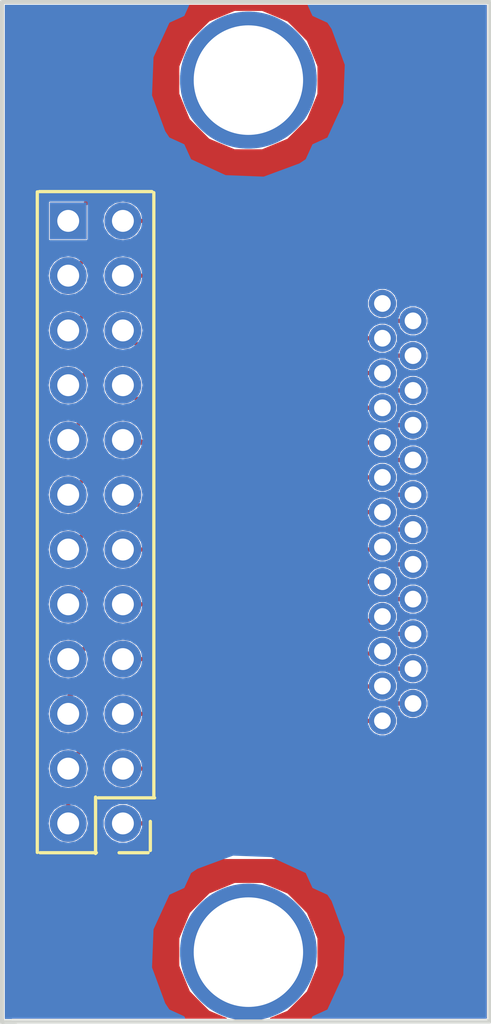
<source format=kicad_pcb>
(kicad_pcb (version 4) (host pcbnew 4.0.7)

  (general
    (links 24)
    (no_connects 0)
    (area 110.437619 87.134999 153.075 131.075)
    (thickness 1.6)
    (drawings 7)
    (tracks 95)
    (zones 0)
    (modules 4)
    (nets 26)
  )

  (page A4)
  (layers
    (0 F.Cu signal)
    (31 B.Cu signal)
    (32 B.Adhes user)
    (33 F.Adhes user)
    (34 B.Paste user)
    (35 F.Paste user)
    (36 B.SilkS user hide)
    (37 F.SilkS user)
    (38 B.Mask user hide)
    (39 F.Mask user hide)
    (40 Dwgs.User user)
    (41 Cmts.User user)
    (42 Eco1.User user)
    (43 Eco2.User user)
    (44 Edge.Cuts user)
    (45 Margin user)
    (46 B.CrtYd user)
    (47 F.CrtYd user)
    (48 B.Fab user)
    (49 F.Fab user)
  )

  (setup
    (last_trace_width 0.1526)
    (trace_clearance 0)
    (zone_clearance 0.02548)
    (zone_45_only yes)
    (trace_min 0.1525)
    (segment_width 0.2)
    (edge_width 0.15)
    (via_size 0.6)
    (via_drill 0.4)
    (via_min_size 0.4)
    (via_min_drill 0.3)
    (uvia_size 0.3)
    (uvia_drill 0.1)
    (uvias_allowed no)
    (uvia_min_size 0.2)
    (uvia_min_drill 0.1)
    (pcb_text_width 0.3)
    (pcb_text_size 1.5 1.5)
    (mod_edge_width 0.15)
    (mod_text_size 1 1)
    (mod_text_width 0.15)
    (pad_size 5 5)
    (pad_drill 4)
    (pad_to_mask_clearance 0.2)
    (aux_axis_origin 0 0)
    (visible_elements 7FFFFFFF)
    (pcbplotparams
      (layerselection 0x010c0_80000001)
      (usegerberextensions false)
      (excludeedgelayer true)
      (linewidth 0.100000)
      (plotframeref false)
      (viasonmask false)
      (mode 1)
      (useauxorigin false)
      (hpglpennumber 1)
      (hpglpenspeed 20)
      (hpglpendiameter 15)
      (hpglpenoverlay 2)
      (psnegative false)
      (psa4output false)
      (plotreference true)
      (plotvalue true)
      (plotinvisibletext false)
      (padsonsilk false)
      (subtractmaskfromsilk false)
      (outputformat 1)
      (mirror false)
      (drillshape 0)
      (scaleselection 1)
      (outputdirectory ../../../../../../../../../../../6/))
  )

  (net 0 "")
  (net 1 "Net-(J1-Pad25)")
  (net 2 "Net-(J1-Pad24)")
  (net 3 "Net-(J1-Pad23)")
  (net 4 "Net-(J1-Pad22)")
  (net 5 "Net-(J1-Pad21)")
  (net 6 "Net-(J1-Pad20)")
  (net 7 "Net-(J1-Pad19)")
  (net 8 "Net-(J1-Pad18)")
  (net 9 "Net-(J1-Pad17)")
  (net 10 "Net-(J1-Pad16)")
  (net 11 "Net-(J1-Pad15)")
  (net 12 "Net-(J1-Pad14)")
  (net 13 "Net-(J1-Pad13)")
  (net 14 "Net-(J1-Pad12)")
  (net 15 "Net-(J1-Pad11)")
  (net 16 "Net-(J1-Pad10)")
  (net 17 "Net-(J1-Pad9)")
  (net 18 "Net-(J1-Pad8)")
  (net 19 "Net-(J1-Pad7)")
  (net 20 "Net-(J1-Pad6)")
  (net 21 "Net-(J1-Pad5)")
  (net 22 "Net-(J1-Pad4)")
  (net 23 "Net-(J1-Pad3)")
  (net 24 "Net-(J1-Pad2)")
  (net 25 "Net-(J1-Pad1)")

  (net_class Default "This is the default net class."
    (clearance 0)
    (trace_width 0.1526)
    (via_dia 0.6)
    (via_drill 0.4)
    (uvia_dia 0.3)
    (uvia_drill 0.1)
    (add_net "Net-(J1-Pad1)")
    (add_net "Net-(J1-Pad10)")
    (add_net "Net-(J1-Pad11)")
    (add_net "Net-(J1-Pad12)")
    (add_net "Net-(J1-Pad13)")
    (add_net "Net-(J1-Pad14)")
    (add_net "Net-(J1-Pad15)")
    (add_net "Net-(J1-Pad16)")
    (add_net "Net-(J1-Pad17)")
    (add_net "Net-(J1-Pad18)")
    (add_net "Net-(J1-Pad19)")
    (add_net "Net-(J1-Pad2)")
    (add_net "Net-(J1-Pad20)")
    (add_net "Net-(J1-Pad21)")
    (add_net "Net-(J1-Pad22)")
    (add_net "Net-(J1-Pad23)")
    (add_net "Net-(J1-Pad24)")
    (add_net "Net-(J1-Pad25)")
    (add_net "Net-(J1-Pad3)")
    (add_net "Net-(J1-Pad4)")
    (add_net "Net-(J1-Pad5)")
    (add_net "Net-(J1-Pad6)")
    (add_net "Net-(J1-Pad7)")
    (add_net "Net-(J1-Pad8)")
    (add_net "Net-(J1-Pad9)")
  )

  (module aruj:2hole (layer F.Cu) (tedit 5AC54BA9) (tstamp 5AC54B7C)
    (at 134.35 121.9)
    (fp_text reference * (at 0 0.5) (layer F.SilkS)
      (effects (font (size 1 1) (thickness 0.15)))
    )
    (fp_text value "#2 hole" (at -21.2 7.6) (layer F.Fab) hide
      (effects (font (size 1 1) (thickness 0.15)))
    )
    (pad "" np_thru_hole circle (at 0.24 0) (size 5 5) (drill 4) (layers *.Cu *.Mask))
  )

  (module aruj:2hole (layer F.Cu) (tedit 5AC53ED6) (tstamp 5AC52A12)
    (at 134.59 90.06)
    (fp_text reference * (at 0 0.5) (layer F.SilkS)
      (effects (font (size 1 1) (thickness 0.15)))
    )
    (fp_text value "#2 hole" (at -21.2 7.6) (layer F.Fab) hide
      (effects (font (size 1 1) (thickness 0.15)))
    )
    (pad "" np_thru_hole circle (at 0 0) (size 5 5) (drill 4) (layers *.Cu *.Mask))
  )

  (module aruj:female_mdm_small (layer F.Cu) (tedit 5AC54546) (tstamp 5AA99D11)
    (at 140 105.2)
    (path /5AA99FE0)
    (fp_text reference J1 (at -0.5 0 270) (layer F.SilkS) hide
      (effects (font (size 1 1) (thickness 0.15)))
    )
    (fp_text value DB25_Female (at 12.2 0 90) (layer F.Fab) hide
      (effects (font (size 1 1) (thickness 0.15)))
    )
    (fp_line (start 2.54 13.97) (end 2.54 -12.7) (layer F.CrtYd) (width 0.12))
    (fp_line (start 2.54 -12.7) (end -2.54 -12.7) (layer F.CrtYd) (width 0.12))
    (fp_line (start -2.54 -12.7) (end -2.54 13.97) (layer F.CrtYd) (width 0.12))
    (fp_line (start -2.54 13.97) (end 2.54 13.97) (layer F.CrtYd) (width 0.12))
    (pad 25 thru_hole circle (at 0.6096 7.62 270) (size 1 1) (drill 0.61) (layers *.Cu *.Mask)
      (net 1 "Net-(J1-Pad25)"))
    (pad 24 thru_hole circle (at 0.6096 6.35 270) (size 1 1) (drill 0.61) (layers *.Cu *.Mask)
      (net 2 "Net-(J1-Pad24)"))
    (pad 23 thru_hole circle (at 0.6096 5.08 270) (size 1 1) (drill 0.61) (layers *.Cu *.Mask)
      (net 3 "Net-(J1-Pad23)"))
    (pad 22 thru_hole circle (at 0.6096 3.81 270) (size 1 1) (drill 0.61) (layers *.Cu *.Mask)
      (net 4 "Net-(J1-Pad22)"))
    (pad 21 thru_hole circle (at 0.6096 2.54 270) (size 1 1) (drill 0.61) (layers *.Cu *.Mask)
      (net 5 "Net-(J1-Pad21)"))
    (pad 20 thru_hole circle (at 0.6096 1.27 270) (size 1 1) (drill 0.61) (layers *.Cu *.Mask)
      (net 6 "Net-(J1-Pad20)"))
    (pad 19 thru_hole circle (at 0.6096 0 270) (size 1 1) (drill 0.61) (layers *.Cu *.Mask)
      (net 7 "Net-(J1-Pad19)"))
    (pad 18 thru_hole circle (at 0.6096 -1.27 270) (size 1 1) (drill 0.61) (layers *.Cu *.Mask)
      (net 8 "Net-(J1-Pad18)"))
    (pad 17 thru_hole circle (at 0.6096 -2.54 270) (size 1 1) (drill 0.61) (layers *.Cu *.Mask)
      (net 9 "Net-(J1-Pad17)"))
    (pad 16 thru_hole circle (at 0.6096 -3.81 270) (size 1 1) (drill 0.61) (layers *.Cu *.Mask)
      (net 10 "Net-(J1-Pad16)"))
    (pad 15 thru_hole circle (at 0.6096 -5.08 270) (size 1 1) (drill 0.61) (layers *.Cu *.Mask)
      (net 11 "Net-(J1-Pad15)"))
    (pad 14 thru_hole circle (at -0.508 8.255 270) (size 1 1) (drill 0.61) (layers *.Cu *.Mask)
      (net 12 "Net-(J1-Pad14)"))
    (pad 13 thru_hole circle (at 0.6096 -6.35 270) (size 1 1) (drill 0.61) (layers *.Cu *.Mask)
      (net 13 "Net-(J1-Pad13)"))
    (pad 12 thru_hole circle (at -0.508 6.985 270) (size 1 1) (drill 0.61) (layers *.Cu *.Mask)
      (net 14 "Net-(J1-Pad12)"))
    (pad 11 thru_hole circle (at -0.508 5.715 270) (size 1 1) (drill 0.61) (layers *.Cu *.Mask)
      (net 15 "Net-(J1-Pad11)"))
    (pad 10 thru_hole circle (at -0.508 4.445 270) (size 1 1) (drill 0.61) (layers *.Cu *.Mask)
      (net 16 "Net-(J1-Pad10)"))
    (pad 9 thru_hole circle (at -0.508 3.175 270) (size 1 1) (drill 0.61) (layers *.Cu *.Mask)
      (net 17 "Net-(J1-Pad9)"))
    (pad 8 thru_hole circle (at -0.508 1.905 270) (size 1 1) (drill 0.61) (layers *.Cu *.Mask)
      (net 18 "Net-(J1-Pad8)"))
    (pad 7 thru_hole circle (at -0.508 0.635 270) (size 1 1) (drill 0.61) (layers *.Cu *.Mask)
      (net 19 "Net-(J1-Pad7)"))
    (pad 6 thru_hole circle (at -0.508 -0.635 270) (size 1 1) (drill 0.61) (layers *.Cu *.Mask)
      (net 20 "Net-(J1-Pad6)"))
    (pad 5 thru_hole circle (at -0.508 -1.905 270) (size 1 1) (drill 0.61) (layers *.Cu *.Mask)
      (net 21 "Net-(J1-Pad5)"))
    (pad 4 thru_hole circle (at -0.508 -3.175 270) (size 1 1) (drill 0.61) (layers *.Cu *.Mask)
      (net 22 "Net-(J1-Pad4)"))
    (pad 3 thru_hole circle (at -0.508 -4.445 270) (size 1 1) (drill 0.61) (layers *.Cu *.Mask)
      (net 23 "Net-(J1-Pad3)"))
    (pad 2 thru_hole circle (at -0.508 -5.715 270) (size 1 1) (drill 0.61) (layers *.Cu *.Mask)
      (net 24 "Net-(J1-Pad2)"))
    (pad 1 thru_hole circle (at -0.508 -6.985 270) (size 1 1) (drill 0.61) (layers *.Cu *.Mask)
      (net 25 "Net-(J1-Pad1)"))
  )

  (module aruj:milmax_2mm (layer F.Cu) (tedit 5AA9A9D5) (tstamp 5AA99D3E)
    (at 128 95.2)
    (descr "Through hole straight pin header, 2x12, 2.00mm pitch, double rows")
    (tags "Through hole pin header THT 2x12 2.00mm double row")
    (path /5AA9A942)
    (fp_text reference U1 (at 2.286 -2.286) (layer F.SilkS) hide
      (effects (font (size 1 1) (thickness 0.15)))
    )
    (fp_text value mil-max2.0 (at 3.4 35) (layer F.Fab) hide
      (effects (font (size 1 1) (thickness 0.15)))
    )
    (fp_line (start -1.016 23.003) (end 1.984 23.003) (layer F.Fab) (width 0.1))
    (fp_line (start -1.064 -1) (end -1.064 23) (layer F.Fab) (width 0.1))
    (fp_line (start 3 -1.003) (end -1 -1.003) (layer F.Fab) (width 0.1))
    (fp_line (start 3.064 21.984) (end 3.064 -1.016) (layer F.Fab) (width 0.1))
    (fp_line (start -1.06 -1.07) (end 3.06 -1.07) (layer F.SilkS) (width 0.12))
    (fp_line (start 3.131 -1.032) (end 3.131 21.028) (layer F.SilkS) (width 0.12))
    (fp_line (start -1.131 -1.06) (end -1.131 23.06) (layer F.SilkS) (width 0.12))
    (fp_line (start 1.099 21.066) (end 3.159 21.066) (layer F.SilkS) (width 0.12))
    (fp_line (start 1 23.098) (end 1 21.038) (layer F.SilkS) (width 0.12))
    (fp_line (start -1.032 23.07) (end 1.028 23.07) (layer F.SilkS) (width 0.12))
    (fp_line (start 3.004 22.987) (end 3.004 21.927) (layer F.SilkS) (width 0.12))
    (fp_line (start 1.861 23.07) (end 2.921 23.07) (layer F.SilkS) (width 0.12))
    (fp_line (start -1.5 -1.5) (end -1.5 23.5) (layer F.CrtYd) (width 0.05))
    (fp_line (start -1.5 23.5) (end 3.5 23.5) (layer F.CrtYd) (width 0.05))
    (fp_line (start 3.5 23.5) (end 3.5 -1.5) (layer F.CrtYd) (width 0.05))
    (fp_line (start 3.5 -1.5) (end -1.5 -1.5) (layer F.CrtYd) (width 0.05))
    (fp_text user %R (at -17.8 19.2 90) (layer F.Fab) hide
      (effects (font (size 1 1) (thickness 0.15)))
    )
    (pad 1 thru_hole circle (at 2 22) (size 1.35 1.35) (drill 0.8) (layers *.Cu *.Mask)
      (net 12 "Net-(J1-Pad14)"))
    (pad 2 thru_hole oval (at 2 0) (size 1.35 1.35) (drill 0.8) (layers *.Cu *.Mask)
      (net 24 "Net-(J1-Pad2)"))
    (pad 3 thru_hole oval (at 0 2) (size 1.35 1.35) (drill 0.8) (layers *.Cu *.Mask)
      (net 11 "Net-(J1-Pad15)"))
    (pad 4 thru_hole oval (at 2 2) (size 1.35 1.35) (drill 0.8) (layers *.Cu *.Mask)
      (net 23 "Net-(J1-Pad3)"))
    (pad 5 thru_hole oval (at 0 4) (size 1.35 1.35) (drill 0.8) (layers *.Cu *.Mask)
      (net 10 "Net-(J1-Pad16)"))
    (pad 6 thru_hole oval (at 2 4) (size 1.35 1.35) (drill 0.8) (layers *.Cu *.Mask)
      (net 22 "Net-(J1-Pad4)"))
    (pad 7 thru_hole oval (at 0 6) (size 1.35 1.35) (drill 0.8) (layers *.Cu *.Mask)
      (net 9 "Net-(J1-Pad17)"))
    (pad 8 thru_hole oval (at 2 6) (size 1.35 1.35) (drill 0.8) (layers *.Cu *.Mask)
      (net 21 "Net-(J1-Pad5)"))
    (pad 9 thru_hole oval (at 0 8) (size 1.35 1.35) (drill 0.8) (layers *.Cu *.Mask)
      (net 8 "Net-(J1-Pad18)"))
    (pad 10 thru_hole oval (at 2 8) (size 1.35 1.35) (drill 0.8) (layers *.Cu *.Mask)
      (net 20 "Net-(J1-Pad6)"))
    (pad 11 thru_hole oval (at 0 10) (size 1.35 1.35) (drill 0.8) (layers *.Cu *.Mask)
      (net 7 "Net-(J1-Pad19)"))
    (pad 12 thru_hole oval (at 2 10) (size 1.35 1.35) (drill 0.8) (layers *.Cu *.Mask)
      (net 19 "Net-(J1-Pad7)"))
    (pad 13 thru_hole oval (at 0 12) (size 1.35 1.35) (drill 0.8) (layers *.Cu *.Mask)
      (net 6 "Net-(J1-Pad20)"))
    (pad 14 thru_hole oval (at 2 12) (size 1.35 1.35) (drill 0.8) (layers *.Cu *.Mask)
      (net 18 "Net-(J1-Pad8)"))
    (pad 15 thru_hole oval (at 0 14) (size 1.35 1.35) (drill 0.8) (layers *.Cu *.Mask)
      (net 5 "Net-(J1-Pad21)"))
    (pad 16 thru_hole oval (at 2 14) (size 1.35 1.35) (drill 0.8) (layers *.Cu *.Mask)
      (net 17 "Net-(J1-Pad9)"))
    (pad 17 thru_hole oval (at 0 16) (size 1.35 1.35) (drill 0.8) (layers *.Cu *.Mask)
      (net 4 "Net-(J1-Pad22)"))
    (pad 18 thru_hole oval (at 2 16) (size 1.35 1.35) (drill 0.8) (layers *.Cu *.Mask)
      (net 16 "Net-(J1-Pad10)"))
    (pad 19 thru_hole oval (at 0 18) (size 1.35 1.35) (drill 0.8) (layers *.Cu *.Mask)
      (net 3 "Net-(J1-Pad23)"))
    (pad 20 thru_hole oval (at 2 18) (size 1.35 1.35) (drill 0.8) (layers *.Cu *.Mask)
      (net 15 "Net-(J1-Pad11)"))
    (pad 21 thru_hole oval (at 0 20) (size 1.35 1.35) (drill 0.8) (layers *.Cu *.Mask)
      (net 2 "Net-(J1-Pad24)"))
    (pad 22 thru_hole oval (at 2 20) (size 1.35 1.35) (drill 0.8) (layers *.Cu *.Mask)
      (net 14 "Net-(J1-Pad12)"))
    (pad 23 thru_hole oval (at 0 22) (size 1.35 1.35) (drill 0.8) (layers *.Cu *.Mask)
      (net 1 "Net-(J1-Pad25)"))
    (pad 24 thru_hole rect (at 0 0) (size 1.35 1.35) (drill 0.8) (layers *.Cu *.Mask)
      (net 13 "Net-(J1-Pad13)"))
    (model ${KISYS3DMOD}/Pin_Headers.3dshapes/Pin_Header_Straight_2x12_Pitch2.00mm.wrl
      (at (xyz 0 0 0))
      (scale (xyz 1 1 1))
      (rotate (xyz 0 0 0))
    )
  )

  (gr_line (start 125.58 124.44) (end 125.58 124.46) (angle 90) (layer Edge.Cuts) (width 0.15))
  (gr_line (start 126.09 124.44) (end 125.58 124.44) (angle 90) (layer Edge.Cuts) (width 0.15))
  (gr_line (start 125.58 124.46) (end 125.62 124.46) (angle 90) (layer Edge.Cuts) (width 0.15))
  (gr_line (start 125.58 87.21) (end 125.58 124.46) (angle 90) (layer Edge.Cuts) (width 0.15))
  (gr_line (start 143.41 87.21) (end 125.58 87.21) (angle 90) (layer Edge.Cuts) (width 0.15))
  (gr_line (start 143.41 124.43) (end 143.41 87.21) (angle 90) (layer Edge.Cuts) (width 0.15))
  (gr_line (start 125.96 124.43) (end 143.41 124.43) (angle 90) (layer Edge.Cuts) (width 0.15))

  (segment (start 134.7 116.1) (end 137.98 112.82) (width 0.1526) (layer F.Cu) (net 1))
  (segment (start 137.98 112.82) (end 140.6096 112.82) (width 0.1526) (layer F.Cu) (net 1))
  (segment (start 128.8 116.1) (end 134.7 116.1) (width 0.1526) (layer F.Cu) (net 1))
  (segment (start 128.55 116.35) (end 128.8 116.1) (width 0.1526) (layer F.Cu) (net 1))
  (segment (start 128 116.35) (end 128.55 116.35) (width 0.1526) (layer F.Cu) (net 1))
  (segment (start 128 117.2) (end 128 116.35) (width 0.1526) (layer F.Cu) (net 1))
  (segment (start 140.6096 111.55) (end 136.65 111.55) (width 0.1526) (layer F.Cu) (net 2))
  (segment (start 136.65 111.55) (end 134 114.2) (width 0.1526) (layer F.Cu) (net 2) (tstamp 5AA9A69E))
  (segment (start 134 114.2) (end 128.8 114.2) (width 0.1526) (layer F.Cu) (net 2) (tstamp 5AA9A6A2))
  (segment (start 128.8 114.2) (end 128 115) (width 0.1526) (layer F.Cu) (net 2) (tstamp 5AA9A6A4))
  (segment (start 128 115) (end 128 115.2) (width 0.1526) (layer F.Cu) (net 2) (tstamp 5AA9A6A6))
  (segment (start 128 115.2) (end 128 114.6) (width 0.1526) (layer F.Cu) (net 2))
  (segment (start 135.32 110.28) (end 140.6096 110.28) (width 0.1526) (layer F.Cu) (net 3) (tstamp 5AA9A676))
  (segment (start 133.4 112.2) (end 135.32 110.28) (width 0.1526) (layer F.Cu) (net 3) (tstamp 5AA9A66F))
  (segment (start 128.4 112.2) (end 133.4 112.2) (width 0.1526) (layer F.Cu) (net 3) (tstamp 5AA9A66A))
  (segment (start 128 113.2) (end 128 112.6) (width 0.1526) (layer F.Cu) (net 3))
  (segment (start 128 112.6) (end 128.4 112.2) (width 0.1526) (layer F.Cu) (net 3) (tstamp 5AA9A669))
  (segment (start 128 113.2) (end 128.2 113.2) (width 0.1526) (layer F.Cu) (net 3))
  (segment (start 128 111.2) (end 128.2 111.2) (width 0.1526) (layer F.Cu) (net 4))
  (segment (start 128.2 111.2) (end 129.2 110.2) (width 0.1526) (layer F.Cu) (net 4) (tstamp 5ABC06AC))
  (segment (start 133.19 109.01) (end 140.6096 109.01) (width 0.1526) (layer F.Cu) (net 4) (tstamp 5ABC06B9))
  (segment (start 132 110.2) (end 133.19 109.01) (width 0.1526) (layer F.Cu) (net 4) (tstamp 5ABC06B5))
  (segment (start 129.2 110.2) (end 132 110.2) (width 0.1526) (layer F.Cu) (net 4) (tstamp 5ABC06B1))
  (segment (start 128 111.2) (end 128 110.6) (width 0.1526) (layer F.Cu) (net 4))
  (segment (start 128 110.8) (end 128 111.2) (width 0.1526) (layer F.Cu) (net 4) (tstamp 5AA9A1B5))
  (segment (start 131.46 107.74) (end 140.6096 107.74) (width 0.1526) (layer F.Cu) (net 5) (tstamp 5AA9A19A))
  (segment (start 131 108.2) (end 131.46 107.74) (width 0.1526) (layer F.Cu) (net 5) (tstamp 5AA9A197))
  (segment (start 129 108.2) (end 131 108.2) (width 0.1526) (layer F.Cu) (net 5) (tstamp 5AA9A196))
  (segment (start 128 109.2) (end 129 108.2) (width 0.1526) (layer F.Cu) (net 5))
  (segment (start 140.6096 106.47) (end 130.67 106.47) (width 0.1526) (layer F.Cu) (net 6))
  (segment (start 130.67 106.47) (end 130.4 106.2) (width 0.1526) (layer F.Cu) (net 6) (tstamp 5AA9A184))
  (segment (start 130.4 106.2) (end 129 106.2) (width 0.1526) (layer F.Cu) (net 6) (tstamp 5AA9A185))
  (segment (start 129 106.2) (end 128 107.2) (width 0.1526) (layer F.Cu) (net 6) (tstamp 5AA9A188))
  (segment (start 140.6096 105.2) (end 131.8 105.2) (width 0.1526) (layer F.Cu) (net 7))
  (segment (start 131.8 105.2) (end 130.8 104.2) (width 0.1526) (layer F.Cu) (net 7) (tstamp 5AA9A17B))
  (segment (start 130.8 104.2) (end 129 104.2) (width 0.1526) (layer F.Cu) (net 7) (tstamp 5AA9A17C))
  (segment (start 129 104.2) (end 128 105.2) (width 0.1526) (layer F.Cu) (net 7) (tstamp 5AA9A17D))
  (segment (start 140.6096 103.93) (end 132.13 103.93) (width 0.1526) (layer F.Cu) (net 8))
  (segment (start 132.13 103.93) (end 130.6 102.4) (width 0.1526) (layer F.Cu) (net 8) (tstamp 5AA9A166))
  (segment (start 130.6 102.4) (end 128.6 102.4) (width 0.1526) (layer F.Cu) (net 8) (tstamp 5AA9A16A))
  (segment (start 128.6 102.4) (end 128 103) (width 0.1526) (layer F.Cu) (net 8) (tstamp 5AA9A16B))
  (segment (start 128 103) (end 128 103.2) (width 0.1526) (layer F.Cu) (net 8) (tstamp 5AA9A16C))
  (segment (start 140.6096 102.66) (end 132.66 102.66) (width 0.1526) (layer F.Cu) (net 9))
  (segment (start 132.66 102.66) (end 130.2 100.2) (width 0.1526) (layer F.Cu) (net 9) (tstamp 5AA9A150))
  (segment (start 130.2 100.2) (end 129.2 100.2) (width 0.1526) (layer F.Cu) (net 9) (tstamp 5AA9A157))
  (segment (start 129.2 100.2) (end 128.2 101.2) (width 0.1526) (layer F.Cu) (net 9) (tstamp 5AA9A158))
  (segment (start 128.2 101.2) (end 128 101.2) (width 0.1526) (layer F.Cu) (net 9) (tstamp 5AA9A159))
  (segment (start 140.6096 101.39) (end 133.79 101.39) (width 0.1526) (layer F.Cu) (net 10))
  (segment (start 133.79 101.39) (end 130.6 98.2) (width 0.1526) (layer F.Cu) (net 10) (tstamp 5AA9A128))
  (segment (start 130.6 98.2) (end 129 98.2) (width 0.1526) (layer F.Cu) (net 10) (tstamp 5AA9A12E))
  (segment (start 129 98.2) (end 128 99.2) (width 0.1526) (layer F.Cu) (net 10) (tstamp 5AA9A131))
  (segment (start 140.6096 100.12) (end 135.12 100.12) (width 0.1526) (layer F.Cu) (net 11))
  (segment (start 135.12 100.12) (end 131.2 96.2) (width 0.1526) (layer F.Cu) (net 11) (tstamp 5AA9A117))
  (segment (start 131.2 96.2) (end 129 96.2) (width 0.1526) (layer F.Cu) (net 11) (tstamp 5AA9A11C))
  (segment (start 129 96.2) (end 128 97.2) (width 0.1526) (layer F.Cu) (net 11) (tstamp 5AA9A11F))
  (segment (start 130 117.2) (end 134.75 117.2) (width 0.1526) (layer F.Cu) (net 12))
  (segment (start 134.75 117.2) (end 138.495 113.455) (width 0.1526) (layer F.Cu) (net 12))
  (segment (start 138.495 113.455) (end 139.492 113.455) (width 0.1526) (layer F.Cu) (net 12))
  (segment (start 140.6096 98.85) (end 136.25 98.85) (width 0.1526) (layer F.Cu) (net 13))
  (segment (start 129 94.2) (end 128 95.2) (width 0.1526) (layer F.Cu) (net 13) (tstamp 5AAA93CE))
  (segment (start 131.6 94.2) (end 129 94.2) (width 0.1526) (layer F.Cu) (net 13) (tstamp 5AAA93CB))
  (segment (start 136.25 98.85) (end 131.6 94.2) (width 0.1526) (layer F.Cu) (net 13) (tstamp 5AAA93C9))
  (segment (start 130 115.2) (end 134.2 115.2) (width 0.1526) (layer F.Cu) (net 14))
  (segment (start 134.2 115.2) (end 137.2 112.2) (width 0.1526) (layer F.Cu) (net 14) (tstamp 5AA9A6B4))
  (segment (start 137.2 112.2) (end 139.477 112.2) (width 0.1526) (layer F.Cu) (net 14) (tstamp 5AA9A6B5))
  (segment (start 139.477 112.2) (end 139.492 112.185) (width 0.1526) (layer F.Cu) (net 14) (tstamp 5AA9A6B7))
  (segment (start 130 113.2) (end 133.8 113.2) (width 0.1526) (layer F.Cu) (net 15))
  (segment (start 133.8 113.2) (end 136 111) (width 0.1526) (layer F.Cu) (net 15) (tstamp 5AA9A680))
  (segment (start 136 111) (end 139.407 111) (width 0.1526) (layer F.Cu) (net 15) (tstamp 5AA9A682))
  (segment (start 139.407 111) (end 139.492 110.915) (width 0.1526) (layer F.Cu) (net 15) (tstamp 5AA9A685))
  (segment (start 130 111.2) (end 133 111.2) (width 0.1526) (layer F.Cu) (net 16))
  (segment (start 133 111.2) (end 134.4 109.8) (width 0.1526) (layer F.Cu) (net 16) (tstamp 5AA9A64E))
  (segment (start 134.4 109.8) (end 139.337 109.8) (width 0.1526) (layer F.Cu) (net 16) (tstamp 5AA9A650))
  (segment (start 139.337 109.8) (end 139.492 109.645) (width 0.1526) (layer F.Cu) (net 16) (tstamp 5AA9A652))
  (segment (start 131.8 109.2) (end 130 109.2) (width 0.1526) (layer F.Cu) (net 17) (tstamp 5AA9A192))
  (segment (start 132.625 108.375) (end 131.8 109.2) (width 0.1526) (layer F.Cu) (net 17) (tstamp 5AA9A18E))
  (segment (start 139.492 108.375) (end 132.625 108.375) (width 0.1526) (layer F.Cu) (net 17))
  (segment (start 130 107.2) (end 139.397 107.2) (width 0.1526) (layer F.Cu) (net 18))
  (segment (start 139.397 107.2) (end 139.492 107.105) (width 0.1526) (layer F.Cu) (net 18) (tstamp 5AA9A181))
  (segment (start 130 105.2) (end 130.2 105.2) (width 0.1526) (layer F.Cu) (net 19))
  (segment (start 130.2 105.2) (end 130.835 105.835) (width 0.1526) (layer F.Cu) (net 19) (tstamp 5AA9A172))
  (segment (start 130.835 105.835) (end 139.492 105.835) (width 0.1526) (layer F.Cu) (net 19) (tstamp 5AA9A175))
  (segment (start 130 103.2) (end 130.6 103.2) (width 0.1526) (layer F.Cu) (net 20))
  (segment (start 130.6 103.2) (end 131.965 104.565) (width 0.1526) (layer F.Cu) (net 20) (tstamp 5AA9A15C))
  (segment (start 131.965 104.565) (end 139.492 104.565) (width 0.1526) (layer F.Cu) (net 20) (tstamp 5AA9A160))
  (segment (start 132.095 103.295) (end 130 101.2) (width 0.1526) (layer F.Cu) (net 21) (tstamp 5AA9A13A))
  (segment (start 139.492 103.295) (end 132.095 103.295) (width 0.1526) (layer F.Cu) (net 21))
  (segment (start 132.825 102.025) (end 130 99.2) (width 0.1526) (layer F.Cu) (net 22) (tstamp 5AA9A123))
  (segment (start 139.492 102.025) (end 132.825 102.025) (width 0.1526) (layer F.Cu) (net 22))
  (segment (start 130.8 97.2) (end 130 97.2) (width 0.1526) (layer F.Cu) (net 23) (tstamp 5AA9A113))
  (segment (start 134.355 100.755) (end 130.8 97.2) (width 0.1526) (layer F.Cu) (net 23) (tstamp 5AA9A10B))
  (segment (start 139.492 100.755) (end 134.355 100.755) (width 0.1526) (layer F.Cu) (net 23))
  (segment (start 139.492 99.485) (end 135.715 99.485) (width 0.1526) (layer F.Cu) (net 24))
  (segment (start 131.43 95.2) (end 130 95.2) (width 0.1526) (layer F.Cu) (net 24) (tstamp 5AAA93BC))
  (segment (start 135.715 99.485) (end 131.43 95.2) (width 0.1526) (layer F.Cu) (net 24) (tstamp 5AAA93BA))

  (zone (net 0) (net_name "") (layer F.Cu) (tstamp 5AA9A25A) (hatch edge 0.508)
    (connect_pads no (clearance 0.02548))
    (min_thickness 0.02548)
    (fill yes (arc_segments 16) (thermal_gap 1) (thermal_bridge_width 0.02549))
    (polygon
      (pts
        (xy 143.39 124.47) (xy 125.64 124.42) (xy 125.58 124.42) (xy 125.56 87.2) (xy 125.56 87.19)
        (xy 143.45 87.17)
      )
    )
    (filled_polygon
      (pts
        (xy 143.29678 124.31678) (xy 135.38764 124.31678) (xy 136.025908 124.053053) (xy 136.740544 123.339664) (xy 137.127779 122.407098)
        (xy 137.12866 121.397332) (xy 136.743053 120.464092) (xy 136.029664 119.749456) (xy 135.097098 119.362221) (xy 134.087332 119.36134)
        (xy 133.154092 119.746947) (xy 132.439456 120.460336) (xy 132.052221 121.392902) (xy 132.05134 122.402668) (xy 132.436947 123.335908)
        (xy 133.150336 124.050544) (xy 133.791504 124.31678) (xy 125.96 124.31678) (xy 125.916673 124.325398) (xy 125.914605 124.32678)
        (xy 125.69322 124.32678) (xy 125.69322 93.7) (xy 126.57726 93.7) (xy 126.57726 118.5) (xy 126.578131 118.50463)
        (xy 126.580868 118.508883) (xy 126.585043 118.511736) (xy 126.59 118.51274) (xy 142.6 118.51274) (xy 142.60463 118.511869)
        (xy 142.608883 118.509132) (xy 142.611736 118.504957) (xy 142.61274 118.5) (xy 142.61274 93.7) (xy 142.611869 93.69537)
        (xy 142.609132 93.691117) (xy 142.604957 93.688264) (xy 142.6 93.68726) (xy 126.59 93.68726) (xy 126.58537 93.688131)
        (xy 126.581117 93.690868) (xy 126.578264 93.695043) (xy 126.57726 93.7) (xy 125.69322 93.7) (xy 125.69322 90.562668)
        (xy 132.05134 90.562668) (xy 132.436947 91.495908) (xy 133.150336 92.210544) (xy 134.082902 92.597779) (xy 135.092668 92.59866)
        (xy 136.025908 92.213053) (xy 136.740544 91.499664) (xy 137.127779 90.567098) (xy 137.12866 89.557332) (xy 136.743053 88.624092)
        (xy 136.029664 87.909456) (xy 135.097098 87.522221) (xy 134.087332 87.52134) (xy 133.154092 87.906947) (xy 132.439456 88.620336)
        (xy 132.052221 89.552902) (xy 132.05134 90.562668) (xy 125.69322 90.562668) (xy 125.69322 87.32322) (xy 143.29678 87.32322)
      )
    )
  )
  (zone (net 0) (net_name "") (layer B.Cu) (tstamp 5AC536AF) (hatch edge 0.508)
    (connect_pads (clearance 0.02548))
    (min_thickness 0.02548)
    (fill yes (arc_segments 16) (thermal_gap 1) (thermal_bridge_width 0.02549))
    (polygon
      (pts
        (xy 143.39 124.44) (xy 125.56 124.44) (xy 125.579989 87.249955) (xy 143.37 87.21)
      )
    )
    (filled_polygon
      (pts
        (xy 132.236488 87.706481) (xy 132.79521 88.265203) (xy 132.795203 88.26521) (xy 132.236481 87.706488) (xy 131.692455 87.954817)
        (xy 131.107399 89.223906) (xy 131.052538 90.620284) (xy 131.536223 91.931363) (xy 131.692455 92.165183) (xy 132.236481 92.413512)
        (xy 132.795203 91.85479) (xy 132.79521 91.854797) (xy 132.236488 92.413519) (xy 132.484817 92.957545) (xy 133.753906 93.542601)
        (xy 135.150284 93.597462) (xy 136.461363 93.113777) (xy 136.695183 92.957545) (xy 136.943512 92.413519) (xy 136.38479 91.854797)
        (xy 136.384797 91.85479) (xy 136.943519 92.413512) (xy 137.487545 92.165183) (xy 138.072601 90.896094) (xy 138.127462 89.499716)
        (xy 137.643777 88.188637) (xy 137.487545 87.954817) (xy 136.943519 87.706488) (xy 136.384797 88.26521) (xy 136.38479 88.265203)
        (xy 136.943512 87.706481) (xy 136.768567 87.32322) (xy 143.29678 87.32322) (xy 143.29678 124.31678) (xy 136.914636 124.31678)
        (xy 136.943512 124.253519) (xy 136.38479 123.694797) (xy 136.384797 123.69479) (xy 136.943519 124.253512) (xy 137.487545 124.005183)
        (xy 138.072601 122.736094) (xy 138.127462 121.339716) (xy 137.643777 120.028637) (xy 137.487545 119.794817) (xy 136.943519 119.546488)
        (xy 136.384797 120.10521) (xy 136.38479 120.105203) (xy 136.943512 119.546481) (xy 136.695183 119.002455) (xy 135.426094 118.417399)
        (xy 134.029716 118.362538) (xy 132.718637 118.846223) (xy 132.484817 119.002455) (xy 132.236488 119.546481) (xy 132.79521 120.105203)
        (xy 132.795203 120.10521) (xy 132.236481 119.546488) (xy 131.692455 119.794817) (xy 131.107399 121.063906) (xy 131.052538 122.460284)
        (xy 131.536223 123.771363) (xy 131.692455 124.005183) (xy 132.236481 124.253512) (xy 132.795203 123.69479) (xy 132.79521 123.694797)
        (xy 132.236488 124.253519) (xy 132.265364 124.31678) (xy 125.96 124.31678) (xy 125.916673 124.325398) (xy 125.914605 124.32678)
        (xy 125.69322 124.32678) (xy 125.69322 117.2) (xy 127.272807 117.2) (xy 127.327098 117.472937) (xy 127.481704 117.704323)
        (xy 127.71309 117.858929) (xy 127.986027 117.91322) (xy 128.013973 117.91322) (xy 128.28691 117.858929) (xy 128.518296 117.704323)
        (xy 128.672902 117.472937) (xy 128.699097 117.341246) (xy 129.286656 117.341246) (xy 129.395009 117.603479) (xy 129.595466 117.804286)
        (xy 129.857509 117.913096) (xy 130.141246 117.913344) (xy 130.403479 117.804991) (xy 130.604286 117.604534) (xy 130.713096 117.342491)
        (xy 130.713344 117.058754) (xy 130.604991 116.796521) (xy 130.404534 116.595714) (xy 130.142491 116.486904) (xy 129.858754 116.486656)
        (xy 129.596521 116.595009) (xy 129.395714 116.795466) (xy 129.286904 117.057509) (xy 129.286656 117.341246) (xy 128.699097 117.341246)
        (xy 128.727193 117.2) (xy 128.672902 116.927063) (xy 128.518296 116.695677) (xy 128.28691 116.541071) (xy 128.013973 116.48678)
        (xy 127.986027 116.48678) (xy 127.71309 116.541071) (xy 127.481704 116.695677) (xy 127.327098 116.927063) (xy 127.272807 117.2)
        (xy 125.69322 117.2) (xy 125.69322 115.2) (xy 127.272807 115.2) (xy 127.327098 115.472937) (xy 127.481704 115.704323)
        (xy 127.71309 115.858929) (xy 127.986027 115.91322) (xy 128.013973 115.91322) (xy 128.28691 115.858929) (xy 128.518296 115.704323)
        (xy 128.672902 115.472937) (xy 128.727193 115.2) (xy 129.272807 115.2) (xy 129.327098 115.472937) (xy 129.481704 115.704323)
        (xy 129.71309 115.858929) (xy 129.986027 115.91322) (xy 130.013973 115.91322) (xy 130.28691 115.858929) (xy 130.518296 115.704323)
        (xy 130.672902 115.472937) (xy 130.727193 115.2) (xy 130.672902 114.927063) (xy 130.518296 114.695677) (xy 130.28691 114.541071)
        (xy 130.013973 114.48678) (xy 129.986027 114.48678) (xy 129.71309 114.541071) (xy 129.481704 114.695677) (xy 129.327098 114.927063)
        (xy 129.272807 115.2) (xy 128.727193 115.2) (xy 128.672902 114.927063) (xy 128.518296 114.695677) (xy 128.28691 114.541071)
        (xy 128.013973 114.48678) (xy 127.986027 114.48678) (xy 127.71309 114.541071) (xy 127.481704 114.695677) (xy 127.327098 114.927063)
        (xy 127.272807 115.2) (xy 125.69322 115.2) (xy 125.69322 113.2) (xy 127.272807 113.2) (xy 127.327098 113.472937)
        (xy 127.481704 113.704323) (xy 127.71309 113.858929) (xy 127.986027 113.91322) (xy 128.013973 113.91322) (xy 128.28691 113.858929)
        (xy 128.518296 113.704323) (xy 128.672902 113.472937) (xy 128.727193 113.2) (xy 129.272807 113.2) (xy 129.327098 113.472937)
        (xy 129.481704 113.704323) (xy 129.71309 113.858929) (xy 129.986027 113.91322) (xy 130.013973 113.91322) (xy 130.28691 113.858929)
        (xy 130.518296 113.704323) (xy 130.613667 113.561589) (xy 138.953687 113.561589) (xy 139.035454 113.759479) (xy 139.186725 113.911014)
        (xy 139.384472 113.993126) (xy 139.598589 113.993313) (xy 139.796479 113.911546) (xy 139.948014 113.760275) (xy 140.030126 113.562528)
        (xy 140.030313 113.348411) (xy 139.948546 113.150521) (xy 139.797275 112.998986) (xy 139.622925 112.926589) (xy 140.071287 112.926589)
        (xy 140.153054 113.124479) (xy 140.304325 113.276014) (xy 140.502072 113.358126) (xy 140.716189 113.358313) (xy 140.914079 113.276546)
        (xy 141.065614 113.125275) (xy 141.147726 112.927528) (xy 141.147913 112.713411) (xy 141.066146 112.515521) (xy 140.914875 112.363986)
        (xy 140.717128 112.281874) (xy 140.503011 112.281687) (xy 140.305121 112.363454) (xy 140.153586 112.514725) (xy 140.071474 112.712472)
        (xy 140.071287 112.926589) (xy 139.622925 112.926589) (xy 139.599528 112.916874) (xy 139.385411 112.916687) (xy 139.187521 112.998454)
        (xy 139.035986 113.149725) (xy 138.953874 113.347472) (xy 138.953687 113.561589) (xy 130.613667 113.561589) (xy 130.672902 113.472937)
        (xy 130.727193 113.2) (xy 130.672902 112.927063) (xy 130.518296 112.695677) (xy 130.28691 112.541071) (xy 130.013973 112.48678)
        (xy 129.986027 112.48678) (xy 129.71309 112.541071) (xy 129.481704 112.695677) (xy 129.327098 112.927063) (xy 129.272807 113.2)
        (xy 128.727193 113.2) (xy 128.672902 112.927063) (xy 128.518296 112.695677) (xy 128.28691 112.541071) (xy 128.013973 112.48678)
        (xy 127.986027 112.48678) (xy 127.71309 112.541071) (xy 127.481704 112.695677) (xy 127.327098 112.927063) (xy 127.272807 113.2)
        (xy 125.69322 113.2) (xy 125.69322 112.291589) (xy 138.953687 112.291589) (xy 139.035454 112.489479) (xy 139.186725 112.641014)
        (xy 139.384472 112.723126) (xy 139.598589 112.723313) (xy 139.796479 112.641546) (xy 139.948014 112.490275) (xy 140.030126 112.292528)
        (xy 140.030313 112.078411) (xy 139.948546 111.880521) (xy 139.797275 111.728986) (xy 139.622925 111.656589) (xy 140.071287 111.656589)
        (xy 140.153054 111.854479) (xy 140.304325 112.006014) (xy 140.502072 112.088126) (xy 140.716189 112.088313) (xy 140.914079 112.006546)
        (xy 141.065614 111.855275) (xy 141.147726 111.657528) (xy 141.147913 111.443411) (xy 141.066146 111.245521) (xy 140.914875 111.093986)
        (xy 140.717128 111.011874) (xy 140.503011 111.011687) (xy 140.305121 111.093454) (xy 140.153586 111.244725) (xy 140.071474 111.442472)
        (xy 140.071287 111.656589) (xy 139.622925 111.656589) (xy 139.599528 111.646874) (xy 139.385411 111.646687) (xy 139.187521 111.728454)
        (xy 139.035986 111.879725) (xy 138.953874 112.077472) (xy 138.953687 112.291589) (xy 125.69322 112.291589) (xy 125.69322 111.2)
        (xy 127.272807 111.2) (xy 127.327098 111.472937) (xy 127.481704 111.704323) (xy 127.71309 111.858929) (xy 127.986027 111.91322)
        (xy 128.013973 111.91322) (xy 128.28691 111.858929) (xy 128.518296 111.704323) (xy 128.672902 111.472937) (xy 128.727193 111.2)
        (xy 129.272807 111.2) (xy 129.327098 111.472937) (xy 129.481704 111.704323) (xy 129.71309 111.858929) (xy 129.986027 111.91322)
        (xy 130.013973 111.91322) (xy 130.28691 111.858929) (xy 130.518296 111.704323) (xy 130.672902 111.472937) (xy 130.727193 111.2)
        (xy 130.691705 111.021589) (xy 138.953687 111.021589) (xy 139.035454 111.219479) (xy 139.186725 111.371014) (xy 139.384472 111.453126)
        (xy 139.598589 111.453313) (xy 139.796479 111.371546) (xy 139.948014 111.220275) (xy 140.030126 111.022528) (xy 140.030313 110.808411)
        (xy 139.948546 110.610521) (xy 139.797275 110.458986) (xy 139.622925 110.386589) (xy 140.071287 110.386589) (xy 140.153054 110.584479)
        (xy 140.304325 110.736014) (xy 140.502072 110.818126) (xy 140.716189 110.818313) (xy 140.914079 110.736546) (xy 141.065614 110.585275)
        (xy 141.147726 110.387528) (xy 141.147913 110.173411) (xy 141.066146 109.975521) (xy 140.914875 109.823986) (xy 140.717128 109.741874)
        (xy 140.503011 109.741687) (xy 140.305121 109.823454) (xy 140.153586 109.974725) (xy 140.071474 110.172472) (xy 140.071287 110.386589)
        (xy 139.622925 110.386589) (xy 139.599528 110.376874) (xy 139.385411 110.376687) (xy 139.187521 110.458454) (xy 139.035986 110.609725)
        (xy 138.953874 110.807472) (xy 138.953687 111.021589) (xy 130.691705 111.021589) (xy 130.672902 110.927063) (xy 130.518296 110.695677)
        (xy 130.28691 110.541071) (xy 130.013973 110.48678) (xy 129.986027 110.48678) (xy 129.71309 110.541071) (xy 129.481704 110.695677)
        (xy 129.327098 110.927063) (xy 129.272807 111.2) (xy 128.727193 111.2) (xy 128.672902 110.927063) (xy 128.518296 110.695677)
        (xy 128.28691 110.541071) (xy 128.013973 110.48678) (xy 127.986027 110.48678) (xy 127.71309 110.541071) (xy 127.481704 110.695677)
        (xy 127.327098 110.927063) (xy 127.272807 111.2) (xy 125.69322 111.2) (xy 125.69322 109.2) (xy 127.272807 109.2)
        (xy 127.327098 109.472937) (xy 127.481704 109.704323) (xy 127.71309 109.858929) (xy 127.986027 109.91322) (xy 128.013973 109.91322)
        (xy 128.28691 109.858929) (xy 128.518296 109.704323) (xy 128.672902 109.472937) (xy 128.727193 109.2) (xy 129.272807 109.2)
        (xy 129.327098 109.472937) (xy 129.481704 109.704323) (xy 129.71309 109.858929) (xy 129.986027 109.91322) (xy 130.013973 109.91322)
        (xy 130.28691 109.858929) (xy 130.447556 109.751589) (xy 138.953687 109.751589) (xy 139.035454 109.949479) (xy 139.186725 110.101014)
        (xy 139.384472 110.183126) (xy 139.598589 110.183313) (xy 139.796479 110.101546) (xy 139.948014 109.950275) (xy 140.030126 109.752528)
        (xy 140.030313 109.538411) (xy 139.948546 109.340521) (xy 139.797275 109.188986) (xy 139.622925 109.116589) (xy 140.071287 109.116589)
        (xy 140.153054 109.314479) (xy 140.304325 109.466014) (xy 140.502072 109.548126) (xy 140.716189 109.548313) (xy 140.914079 109.466546)
        (xy 141.065614 109.315275) (xy 141.147726 109.117528) (xy 141.147913 108.903411) (xy 141.066146 108.705521) (xy 140.914875 108.553986)
        (xy 140.717128 108.471874) (xy 140.503011 108.471687) (xy 140.305121 108.553454) (xy 140.153586 108.704725) (xy 140.071474 108.902472)
        (xy 140.071287 109.116589) (xy 139.622925 109.116589) (xy 139.599528 109.106874) (xy 139.385411 109.106687) (xy 139.187521 109.188454)
        (xy 139.035986 109.339725) (xy 138.953874 109.537472) (xy 138.953687 109.751589) (xy 130.447556 109.751589) (xy 130.518296 109.704323)
        (xy 130.672902 109.472937) (xy 130.727193 109.2) (xy 130.672902 108.927063) (xy 130.518296 108.695677) (xy 130.28691 108.541071)
        (xy 130.013973 108.48678) (xy 129.986027 108.48678) (xy 129.71309 108.541071) (xy 129.481704 108.695677) (xy 129.327098 108.927063)
        (xy 129.272807 109.2) (xy 128.727193 109.2) (xy 128.672902 108.927063) (xy 128.518296 108.695677) (xy 128.28691 108.541071)
        (xy 128.013973 108.48678) (xy 127.986027 108.48678) (xy 127.71309 108.541071) (xy 127.481704 108.695677) (xy 127.327098 108.927063)
        (xy 127.272807 109.2) (xy 125.69322 109.2) (xy 125.69322 108.481589) (xy 138.953687 108.481589) (xy 139.035454 108.679479)
        (xy 139.186725 108.831014) (xy 139.384472 108.913126) (xy 139.598589 108.913313) (xy 139.796479 108.831546) (xy 139.948014 108.680275)
        (xy 140.030126 108.482528) (xy 140.030313 108.268411) (xy 139.948546 108.070521) (xy 139.797275 107.918986) (xy 139.622925 107.846589)
        (xy 140.071287 107.846589) (xy 140.153054 108.044479) (xy 140.304325 108.196014) (xy 140.502072 108.278126) (xy 140.716189 108.278313)
        (xy 140.914079 108.196546) (xy 141.065614 108.045275) (xy 141.147726 107.847528) (xy 141.147913 107.633411) (xy 141.066146 107.435521)
        (xy 140.914875 107.283986) (xy 140.717128 107.201874) (xy 140.503011 107.201687) (xy 140.305121 107.283454) (xy 140.153586 107.434725)
        (xy 140.071474 107.632472) (xy 140.071287 107.846589) (xy 139.622925 107.846589) (xy 139.599528 107.836874) (xy 139.385411 107.836687)
        (xy 139.187521 107.918454) (xy 139.035986 108.069725) (xy 138.953874 108.267472) (xy 138.953687 108.481589) (xy 125.69322 108.481589)
        (xy 125.69322 107.2) (xy 127.272807 107.2) (xy 127.327098 107.472937) (xy 127.481704 107.704323) (xy 127.71309 107.858929)
        (xy 127.986027 107.91322) (xy 128.013973 107.91322) (xy 128.28691 107.858929) (xy 128.518296 107.704323) (xy 128.672902 107.472937)
        (xy 128.727193 107.2) (xy 129.272807 107.2) (xy 129.327098 107.472937) (xy 129.481704 107.704323) (xy 129.71309 107.858929)
        (xy 129.986027 107.91322) (xy 130.013973 107.91322) (xy 130.28691 107.858929) (xy 130.518296 107.704323) (xy 130.672902 107.472937)
        (xy 130.724887 107.211589) (xy 138.953687 107.211589) (xy 139.035454 107.409479) (xy 139.186725 107.561014) (xy 139.384472 107.643126)
        (xy 139.598589 107.643313) (xy 139.796479 107.561546) (xy 139.948014 107.410275) (xy 140.030126 107.212528) (xy 140.030313 106.998411)
        (xy 139.948546 106.800521) (xy 139.797275 106.648986) (xy 139.622925 106.576589) (xy 140.071287 106.576589) (xy 140.153054 106.774479)
        (xy 140.304325 106.926014) (xy 140.502072 107.008126) (xy 140.716189 107.008313) (xy 140.914079 106.926546) (xy 141.065614 106.775275)
        (xy 141.147726 106.577528) (xy 141.147913 106.363411) (xy 141.066146 106.165521) (xy 140.914875 106.013986) (xy 140.717128 105.931874)
        (xy 140.503011 105.931687) (xy 140.305121 106.013454) (xy 140.153586 106.164725) (xy 140.071474 106.362472) (xy 140.071287 106.576589)
        (xy 139.622925 106.576589) (xy 139.599528 106.566874) (xy 139.385411 106.566687) (xy 139.187521 106.648454) (xy 139.035986 106.799725)
        (xy 138.953874 106.997472) (xy 138.953687 107.211589) (xy 130.724887 107.211589) (xy 130.727193 107.2) (xy 130.672902 106.927063)
        (xy 130.518296 106.695677) (xy 130.28691 106.541071) (xy 130.013973 106.48678) (xy 129.986027 106.48678) (xy 129.71309 106.541071)
        (xy 129.481704 106.695677) (xy 129.327098 106.927063) (xy 129.272807 107.2) (xy 128.727193 107.2) (xy 128.672902 106.927063)
        (xy 128.518296 106.695677) (xy 128.28691 106.541071) (xy 128.013973 106.48678) (xy 127.986027 106.48678) (xy 127.71309 106.541071)
        (xy 127.481704 106.695677) (xy 127.327098 106.927063) (xy 127.272807 107.2) (xy 125.69322 107.2) (xy 125.69322 105.941589)
        (xy 138.953687 105.941589) (xy 139.035454 106.139479) (xy 139.186725 106.291014) (xy 139.384472 106.373126) (xy 139.598589 106.373313)
        (xy 139.796479 106.291546) (xy 139.948014 106.140275) (xy 140.030126 105.942528) (xy 140.030313 105.728411) (xy 139.948546 105.530521)
        (xy 139.797275 105.378986) (xy 139.622925 105.306589) (xy 140.071287 105.306589) (xy 140.153054 105.504479) (xy 140.304325 105.656014)
        (xy 140.502072 105.738126) (xy 140.716189 105.738313) (xy 140.914079 105.656546) (xy 141.065614 105.505275) (xy 141.147726 105.307528)
        (xy 141.147913 105.093411) (xy 141.066146 104.895521) (xy 140.914875 104.743986) (xy 140.717128 104.661874) (xy 140.503011 104.661687)
        (xy 140.305121 104.743454) (xy 140.153586 104.894725) (xy 140.071474 105.092472) (xy 140.071287 105.306589) (xy 139.622925 105.306589)
        (xy 139.599528 105.296874) (xy 139.385411 105.296687) (xy 139.187521 105.378454) (xy 139.035986 105.529725) (xy 138.953874 105.727472)
        (xy 138.953687 105.941589) (xy 125.69322 105.941589) (xy 125.69322 105.2) (xy 127.272807 105.2) (xy 127.327098 105.472937)
        (xy 127.481704 105.704323) (xy 127.71309 105.858929) (xy 127.986027 105.91322) (xy 128.013973 105.91322) (xy 128.28691 105.858929)
        (xy 128.518296 105.704323) (xy 128.672902 105.472937) (xy 128.727193 105.2) (xy 129.272807 105.2) (xy 129.327098 105.472937)
        (xy 129.481704 105.704323) (xy 129.71309 105.858929) (xy 129.986027 105.91322) (xy 130.013973 105.91322) (xy 130.28691 105.858929)
        (xy 130.518296 105.704323) (xy 130.672902 105.472937) (xy 130.727193 105.2) (xy 130.672902 104.927063) (xy 130.518296 104.695677)
        (xy 130.482246 104.671589) (xy 138.953687 104.671589) (xy 139.035454 104.869479) (xy 139.186725 105.021014) (xy 139.384472 105.103126)
        (xy 139.598589 105.103313) (xy 139.796479 105.021546) (xy 139.948014 104.870275) (xy 140.030126 104.672528) (xy 140.030313 104.458411)
        (xy 139.948546 104.260521) (xy 139.797275 104.108986) (xy 139.622925 104.036589) (xy 140.071287 104.036589) (xy 140.153054 104.234479)
        (xy 140.304325 104.386014) (xy 140.502072 104.468126) (xy 140.716189 104.468313) (xy 140.914079 104.386546) (xy 141.065614 104.235275)
        (xy 141.147726 104.037528) (xy 141.147913 103.823411) (xy 141.066146 103.625521) (xy 140.914875 103.473986) (xy 140.717128 103.391874)
        (xy 140.503011 103.391687) (xy 140.305121 103.473454) (xy 140.153586 103.624725) (xy 140.071474 103.822472) (xy 140.071287 104.036589)
        (xy 139.622925 104.036589) (xy 139.599528 104.026874) (xy 139.385411 104.026687) (xy 139.187521 104.108454) (xy 139.035986 104.259725)
        (xy 138.953874 104.457472) (xy 138.953687 104.671589) (xy 130.482246 104.671589) (xy 130.28691 104.541071) (xy 130.013973 104.48678)
        (xy 129.986027 104.48678) (xy 129.71309 104.541071) (xy 129.481704 104.695677) (xy 129.327098 104.927063) (xy 129.272807 105.2)
        (xy 128.727193 105.2) (xy 128.672902 104.927063) (xy 128.518296 104.695677) (xy 128.28691 104.541071) (xy 128.013973 104.48678)
        (xy 127.986027 104.48678) (xy 127.71309 104.541071) (xy 127.481704 104.695677) (xy 127.327098 104.927063) (xy 127.272807 105.2)
        (xy 125.69322 105.2) (xy 125.69322 103.2) (xy 127.272807 103.2) (xy 127.327098 103.472937) (xy 127.481704 103.704323)
        (xy 127.71309 103.858929) (xy 127.986027 103.91322) (xy 128.013973 103.91322) (xy 128.28691 103.858929) (xy 128.518296 103.704323)
        (xy 128.672902 103.472937) (xy 128.727193 103.2) (xy 129.272807 103.2) (xy 129.327098 103.472937) (xy 129.481704 103.704323)
        (xy 129.71309 103.858929) (xy 129.986027 103.91322) (xy 130.013973 103.91322) (xy 130.28691 103.858929) (xy 130.518296 103.704323)
        (xy 130.672902 103.472937) (xy 130.687094 103.401589) (xy 138.953687 103.401589) (xy 139.035454 103.599479) (xy 139.186725 103.751014)
        (xy 139.384472 103.833126) (xy 139.598589 103.833313) (xy 139.796479 103.751546) (xy 139.948014 103.600275) (xy 140.030126 103.402528)
        (xy 140.030313 103.188411) (xy 139.948546 102.990521) (xy 139.797275 102.838986) (xy 139.622925 102.766589) (xy 140.071287 102.766589)
        (xy 140.153054 102.964479) (xy 140.304325 103.116014) (xy 140.502072 103.198126) (xy 140.716189 103.198313) (xy 140.914079 103.116546)
        (xy 141.065614 102.965275) (xy 141.147726 102.767528) (xy 141.147913 102.553411) (xy 141.066146 102.355521) (xy 140.914875 102.203986)
        (xy 140.717128 102.121874) (xy 140.503011 102.121687) (xy 140.305121 102.203454) (xy 140.153586 102.354725) (xy 140.071474 102.552472)
        (xy 140.071287 102.766589) (xy 139.622925 102.766589) (xy 139.599528 102.756874) (xy 139.385411 102.756687) (xy 139.187521 102.838454)
        (xy 139.035986 102.989725) (xy 138.953874 103.187472) (xy 138.953687 103.401589) (xy 130.687094 103.401589) (xy 130.727193 103.2)
        (xy 130.672902 102.927063) (xy 130.518296 102.695677) (xy 130.28691 102.541071) (xy 130.013973 102.48678) (xy 129.986027 102.48678)
        (xy 129.71309 102.541071) (xy 129.481704 102.695677) (xy 129.327098 102.927063) (xy 129.272807 103.2) (xy 128.727193 103.2)
        (xy 128.672902 102.927063) (xy 128.518296 102.695677) (xy 128.28691 102.541071) (xy 128.013973 102.48678) (xy 127.986027 102.48678)
        (xy 127.71309 102.541071) (xy 127.481704 102.695677) (xy 127.327098 102.927063) (xy 127.272807 103.2) (xy 125.69322 103.2)
        (xy 125.69322 102.131589) (xy 138.953687 102.131589) (xy 139.035454 102.329479) (xy 139.186725 102.481014) (xy 139.384472 102.563126)
        (xy 139.598589 102.563313) (xy 139.796479 102.481546) (xy 139.948014 102.330275) (xy 140.030126 102.132528) (xy 140.030313 101.918411)
        (xy 139.948546 101.720521) (xy 139.797275 101.568986) (xy 139.622925 101.496589) (xy 140.071287 101.496589) (xy 140.153054 101.694479)
        (xy 140.304325 101.846014) (xy 140.502072 101.928126) (xy 140.716189 101.928313) (xy 140.914079 101.846546) (xy 141.065614 101.695275)
        (xy 141.147726 101.497528) (xy 141.147913 101.283411) (xy 141.066146 101.085521) (xy 140.914875 100.933986) (xy 140.717128 100.851874)
        (xy 140.503011 100.851687) (xy 140.305121 100.933454) (xy 140.153586 101.084725) (xy 140.071474 101.282472) (xy 140.071287 101.496589)
        (xy 139.622925 101.496589) (xy 139.599528 101.486874) (xy 139.385411 101.486687) (xy 139.187521 101.568454) (xy 139.035986 101.719725)
        (xy 138.953874 101.917472) (xy 138.953687 102.131589) (xy 125.69322 102.131589) (xy 125.69322 101.2) (xy 127.272807 101.2)
        (xy 127.327098 101.472937) (xy 127.481704 101.704323) (xy 127.71309 101.858929) (xy 127.986027 101.91322) (xy 128.013973 101.91322)
        (xy 128.28691 101.858929) (xy 128.518296 101.704323) (xy 128.672902 101.472937) (xy 128.727193 101.2) (xy 129.272807 101.2)
        (xy 129.327098 101.472937) (xy 129.481704 101.704323) (xy 129.71309 101.858929) (xy 129.986027 101.91322) (xy 130.013973 101.91322)
        (xy 130.28691 101.858929) (xy 130.518296 101.704323) (xy 130.672902 101.472937) (xy 130.727193 101.2) (xy 130.672902 100.927063)
        (xy 130.629155 100.861589) (xy 138.953687 100.861589) (xy 139.035454 101.059479) (xy 139.186725 101.211014) (xy 139.384472 101.293126)
        (xy 139.598589 101.293313) (xy 139.796479 101.211546) (xy 139.948014 101.060275) (xy 140.030126 100.862528) (xy 140.030313 100.648411)
        (xy 139.948546 100.450521) (xy 139.797275 100.298986) (xy 139.622925 100.226589) (xy 140.071287 100.226589) (xy 140.153054 100.424479)
        (xy 140.304325 100.576014) (xy 140.502072 100.658126) (xy 140.716189 100.658313) (xy 140.914079 100.576546) (xy 141.065614 100.425275)
        (xy 141.147726 100.227528) (xy 141.147913 100.013411) (xy 141.066146 99.815521) (xy 140.914875 99.663986) (xy 140.717128 99.581874)
        (xy 140.503011 99.581687) (xy 140.305121 99.663454) (xy 140.153586 99.814725) (xy 140.071474 100.012472) (xy 140.071287 100.226589)
        (xy 139.622925 100.226589) (xy 139.599528 100.216874) (xy 139.385411 100.216687) (xy 139.187521 100.298454) (xy 139.035986 100.449725)
        (xy 138.953874 100.647472) (xy 138.953687 100.861589) (xy 130.629155 100.861589) (xy 130.518296 100.695677) (xy 130.28691 100.541071)
        (xy 130.013973 100.48678) (xy 129.986027 100.48678) (xy 129.71309 100.541071) (xy 129.481704 100.695677) (xy 129.327098 100.927063)
        (xy 129.272807 101.2) (xy 128.727193 101.2) (xy 128.672902 100.927063) (xy 128.518296 100.695677) (xy 128.28691 100.541071)
        (xy 128.013973 100.48678) (xy 127.986027 100.48678) (xy 127.71309 100.541071) (xy 127.481704 100.695677) (xy 127.327098 100.927063)
        (xy 127.272807 101.2) (xy 125.69322 101.2) (xy 125.69322 99.2) (xy 127.272807 99.2) (xy 127.327098 99.472937)
        (xy 127.481704 99.704323) (xy 127.71309 99.858929) (xy 127.986027 99.91322) (xy 128.013973 99.91322) (xy 128.28691 99.858929)
        (xy 128.518296 99.704323) (xy 128.672902 99.472937) (xy 128.727193 99.2) (xy 129.272807 99.2) (xy 129.327098 99.472937)
        (xy 129.481704 99.704323) (xy 129.71309 99.858929) (xy 129.986027 99.91322) (xy 130.013973 99.91322) (xy 130.28691 99.858929)
        (xy 130.518296 99.704323) (xy 130.593621 99.591589) (xy 138.953687 99.591589) (xy 139.035454 99.789479) (xy 139.186725 99.941014)
        (xy 139.384472 100.023126) (xy 139.598589 100.023313) (xy 139.796479 99.941546) (xy 139.948014 99.790275) (xy 140.030126 99.592528)
        (xy 140.030313 99.378411) (xy 139.948546 99.180521) (xy 139.797275 99.028986) (xy 139.622925 98.956589) (xy 140.071287 98.956589)
        (xy 140.153054 99.154479) (xy 140.304325 99.306014) (xy 140.502072 99.388126) (xy 140.716189 99.388313) (xy 140.914079 99.306546)
        (xy 141.065614 99.155275) (xy 141.147726 98.957528) (xy 141.147913 98.743411) (xy 141.066146 98.545521) (xy 140.914875 98.393986)
        (xy 140.717128 98.311874) (xy 140.503011 98.311687) (xy 140.305121 98.393454) (xy 140.153586 98.544725) (xy 140.071474 98.742472)
        (xy 140.071287 98.956589) (xy 139.622925 98.956589) (xy 139.599528 98.946874) (xy 139.385411 98.946687) (xy 139.187521 99.028454)
        (xy 139.035986 99.179725) (xy 138.953874 99.377472) (xy 138.953687 99.591589) (xy 130.593621 99.591589) (xy 130.672902 99.472937)
        (xy 130.727193 99.2) (xy 130.672902 98.927063) (xy 130.518296 98.695677) (xy 130.28691 98.541071) (xy 130.013973 98.48678)
        (xy 129.986027 98.48678) (xy 129.71309 98.541071) (xy 129.481704 98.695677) (xy 129.327098 98.927063) (xy 129.272807 99.2)
        (xy 128.727193 99.2) (xy 128.672902 98.927063) (xy 128.518296 98.695677) (xy 128.28691 98.541071) (xy 128.013973 98.48678)
        (xy 127.986027 98.48678) (xy 127.71309 98.541071) (xy 127.481704 98.695677) (xy 127.327098 98.927063) (xy 127.272807 99.2)
        (xy 125.69322 99.2) (xy 125.69322 98.321589) (xy 138.953687 98.321589) (xy 139.035454 98.519479) (xy 139.186725 98.671014)
        (xy 139.384472 98.753126) (xy 139.598589 98.753313) (xy 139.796479 98.671546) (xy 139.948014 98.520275) (xy 140.030126 98.322528)
        (xy 140.030313 98.108411) (xy 139.948546 97.910521) (xy 139.797275 97.758986) (xy 139.599528 97.676874) (xy 139.385411 97.676687)
        (xy 139.187521 97.758454) (xy 139.035986 97.909725) (xy 138.953874 98.107472) (xy 138.953687 98.321589) (xy 125.69322 98.321589)
        (xy 125.69322 97.2) (xy 127.272807 97.2) (xy 127.327098 97.472937) (xy 127.481704 97.704323) (xy 127.71309 97.858929)
        (xy 127.986027 97.91322) (xy 128.013973 97.91322) (xy 128.28691 97.858929) (xy 128.518296 97.704323) (xy 128.672902 97.472937)
        (xy 128.727193 97.2) (xy 129.272807 97.2) (xy 129.327098 97.472937) (xy 129.481704 97.704323) (xy 129.71309 97.858929)
        (xy 129.986027 97.91322) (xy 130.013973 97.91322) (xy 130.28691 97.858929) (xy 130.518296 97.704323) (xy 130.672902 97.472937)
        (xy 130.727193 97.2) (xy 130.672902 96.927063) (xy 130.518296 96.695677) (xy 130.28691 96.541071) (xy 130.013973 96.48678)
        (xy 129.986027 96.48678) (xy 129.71309 96.541071) (xy 129.481704 96.695677) (xy 129.327098 96.927063) (xy 129.272807 97.2)
        (xy 128.727193 97.2) (xy 128.672902 96.927063) (xy 128.518296 96.695677) (xy 128.28691 96.541071) (xy 128.013973 96.48678)
        (xy 127.986027 96.48678) (xy 127.71309 96.541071) (xy 127.481704 96.695677) (xy 127.327098 96.927063) (xy 127.272807 97.2)
        (xy 125.69322 97.2) (xy 125.69322 94.525) (xy 127.286032 94.525) (xy 127.286032 95.875) (xy 127.288697 95.889163)
        (xy 127.297067 95.902171) (xy 127.309839 95.910898) (xy 127.325 95.913968) (xy 128.675 95.913968) (xy 128.689163 95.911303)
        (xy 128.702171 95.902933) (xy 128.710898 95.890161) (xy 128.713968 95.875) (xy 128.713968 95.2) (xy 129.272807 95.2)
        (xy 129.327098 95.472937) (xy 129.481704 95.704323) (xy 129.71309 95.858929) (xy 129.986027 95.91322) (xy 130.013973 95.91322)
        (xy 130.28691 95.858929) (xy 130.518296 95.704323) (xy 130.672902 95.472937) (xy 130.727193 95.2) (xy 130.672902 94.927063)
        (xy 130.518296 94.695677) (xy 130.28691 94.541071) (xy 130.013973 94.48678) (xy 129.986027 94.48678) (xy 129.71309 94.541071)
        (xy 129.481704 94.695677) (xy 129.327098 94.927063) (xy 129.272807 95.2) (xy 128.713968 95.2) (xy 128.713968 94.525)
        (xy 128.711303 94.510837) (xy 128.702933 94.497829) (xy 128.690161 94.489102) (xy 128.675 94.486032) (xy 127.325 94.486032)
        (xy 127.310837 94.488697) (xy 127.297829 94.497067) (xy 127.289102 94.509839) (xy 127.286032 94.525) (xy 125.69322 94.525)
        (xy 125.69322 87.32322) (xy 132.411433 87.32322)
      )
    )
  )
  (zone (net 0) (net_name "") (layer B.Cu) (tstamp 5AC536D2) (hatch edge 0.508)
    (connect_pads (clearance 0.02548))
    (min_thickness 0.02548)
    (fill yes (arc_segments 16) (thermal_gap 1) (thermal_bridge_width 0.02549))
    (polygon
      (pts
        (xy 125.579989 87.249955) (xy 125.56 87.25) (xy 125.58 87.23)
      )
    )
  )
  (zone (net 0) (net_name "") (layer F.Mask) (tstamp 5AC536F8) (hatch edge 0.508)
    (connect_pads (clearance 0.02548))
    (min_thickness 0.02548)
    (fill yes (arc_segments 16) (thermal_gap 1) (thermal_bridge_width 0.02549))
    (polygon
      (pts
        (xy 125.58 87.22) (xy 143.44 87.27) (xy 143.39 124.43) (xy 125.58 124.43) (xy 125.62 87.23)
      )
    )
    (filled_polygon
      (pts
        (xy 143.427243 87.282704) (xy 143.377277 124.41726) (xy 125.592754 124.41726) (xy 125.632737 87.232888)
      )
    )
  )
  (zone (net 0) (net_name "") (layer B.Mask) (tstamp 5AC536F8) (hatch edge 0.508)
    (connect_pads (clearance 0.02548))
    (min_thickness 0.02548)
    (fill yes (arc_segments 16) (thermal_gap 1) (thermal_bridge_width 0.02549))
    (polygon
      (pts
        (xy 125.58 87.22) (xy 143.44 87.27) (xy 143.39 124.43) (xy 125.58 124.43) (xy 125.62 87.23)
      )
    )
    (filled_polygon
      (pts
        (xy 143.427243 87.282704) (xy 143.377277 124.41726) (xy 125.592754 124.41726) (xy 125.632737 87.232888)
      )
    )
  )
  (zone (net 0) (net_name "") (layer F.Cu) (tstamp 5AC5409D) (hatch edge 0.508)
    (connect_pads (clearance 0.02548))
    (min_thickness 0.02548)
    (keepout (tracks not_allowed) (vias not_allowed) (copperpour not_allowed))
    (fill (arc_segments 16) (thermal_gap 1) (thermal_bridge_width 0.02549))
    (polygon
      (pts
        (xy 142.6 118.5) (xy 126.59 118.5) (xy 126.59 93.7) (xy 142.6 93.7)
      )
    )
  )
)

</source>
